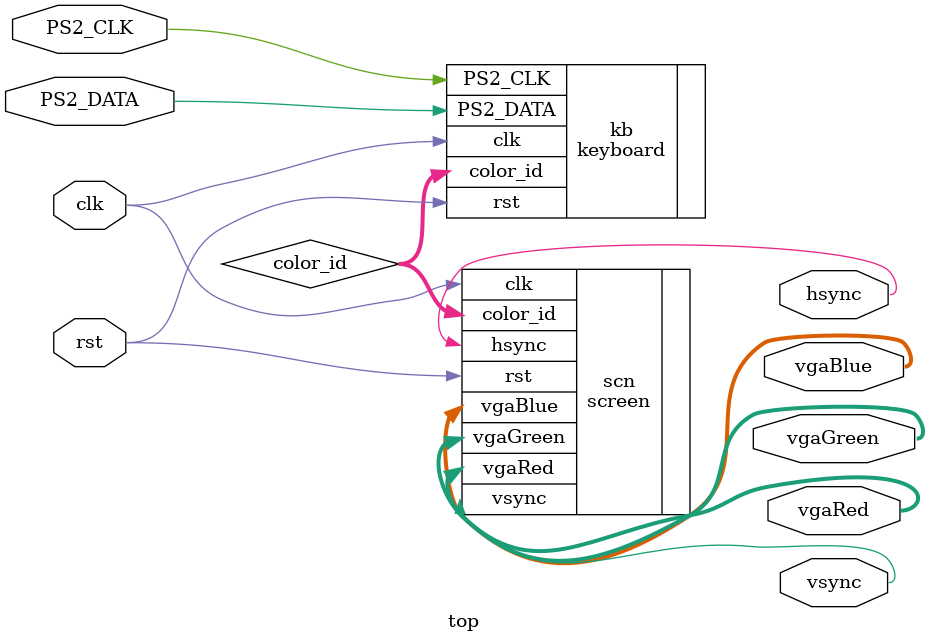
<source format=v>
module top (
  input wire clk, rst,
  inout wire PS2_DATA,
  inout wire PS2_CLK,
  output wire [3:0] vgaRed,
  output wire [3:0] vgaGreen,
  output wire [3:0] vgaBlue,
  output wire hsync, vsync
);
  wire [3:0] color_id;

  screen scn (.clk(clk), .rst(rst), .color_id(color_id),
              .vgaRed(vgaRed), .vgaGreen(vgaGreen), .vgaBlue(vgaBlue),
              .hsync(hsync), .vsync(vsync));

  keyboard kb (.PS2_DATA(PS2_DATA), .PS2_CLK(PS2_CLK),
	             .rst(rst), .clk(clk), .color_id(color_id));

endmodule
</source>
